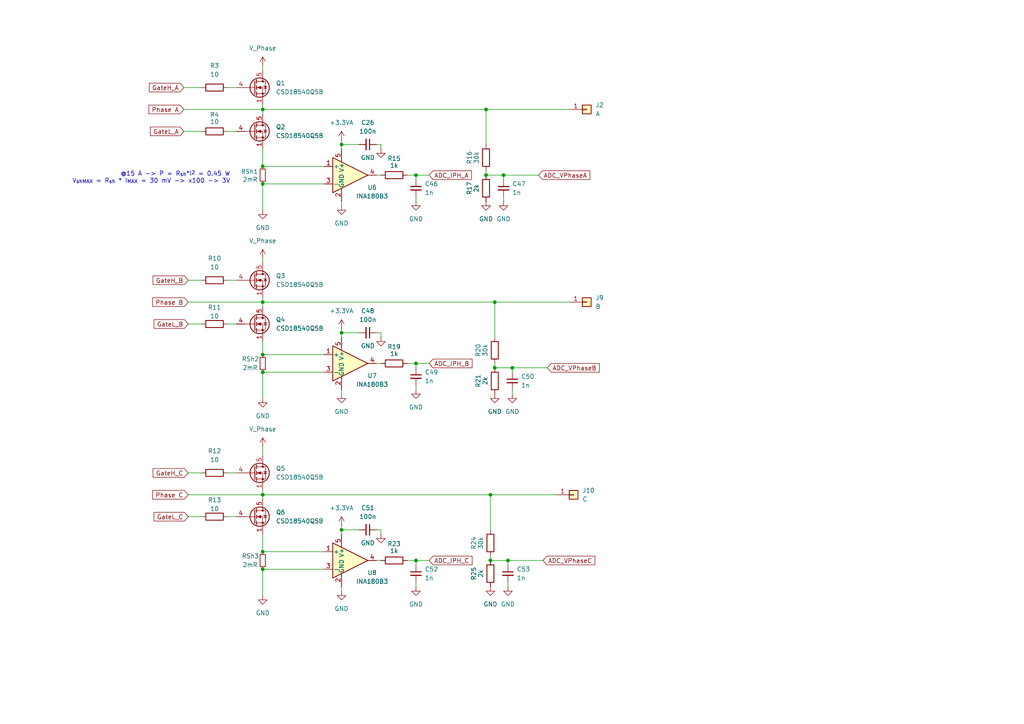
<source format=kicad_sch>
(kicad_sch (version 20231120) (generator "eeschema") (generator_version "8.0")
  (paper "A4")
  (lib_symbols
    (symbol "Amplifier_Current:INA180B3" (pin_names (offset 0.127))
      (property "Reference" "U" (at 3.81 3.81 0))
      (property "Value" "INA180B3" (at 3.81 -2.54 0))
      (symbol "INA180B3_0_1"
        (polyline (pts (xy 5.08 0) (xy -5.08 5.08) (xy -5.08 -5.08) (xy 5.08 0)) (stroke (width 0.254)) (fill (type background)))
      )
      (symbol "INA180B3_1_1"
        (pin input line (at -7.62 2.54 0) (length 2.54) (name "+") (number "1"))
        (pin power_in line (at -2.54 -7.62 90) (length 3.81) (name "GND") (number "2"))
        (pin input line (at -7.62 -2.54 0) (length 2.54) (name "-") (number "3"))
        (pin output line (at 7.62 0 180) (length 2.54) (name "~") (number "4"))
        (pin power_in line (at -2.54 7.62 270) (length 3.81) (name "V+") (number "5"))
      )
    )
    (symbol "Connector_Generic:Conn_01x01" (pin_names (offset 1.016) hide)
      (property "Reference" "J" (at 0 2.54 0))
      (property "Value" "Conn_01x01" (at 0 -2.54 0))
      (symbol "Conn_01x01_1_1"
        (rectangle (start -1.27 0.127) (end 0 -0.127) (stroke (width 0.1524)))
        (rectangle (start -1.27 1.27) (end 1.27 -1.27) (stroke (width 0.254)) (fill (type background)))
        (pin passive line (at -5.08 0 0) (length 3.81) (name "Pin_1") (number "1"))
      )
    )
    (symbol "Device:C_Small" (pin_numbers hide) (pin_names (offset 0.254) hide)
      (property "Reference" "C" (at 0.254 1.778 0))
      (property "Value" "C_Small" (at 0.254 -2.032 0))
      (symbol "C_Small_0_1"
        (polyline (pts (xy -1.524 -0.508) (xy 1.524 -0.508)) (stroke (width 0.3302)))
        (polyline (pts (xy -1.524 0.508) (xy 1.524 0.508)) (stroke (width 0.3048)))
      )
      (symbol "C_Small_1_1"
        (pin passive line (at 0 2.54 270) (length 2.032) (name "~") (number "1"))
        (pin passive line (at 0 -2.54 90) (length 2.032) (name "~") (number "2"))
      )
    )
    (symbol "Device:R" (pin_numbers hide) (pin_names (offset 0))
      (property "Reference" "R" (at 2.032 0 90))
      (property "Value" "R" (at 0 0 90))
      (symbol "R_0_1"
        (rectangle (start -1.016 -2.54) (end 1.016 2.54) (stroke (width 0.254)))
      )
      (symbol "R_1_1"
        (pin passive line (at 0 3.81 270) (length 1.27) (name "~") (number "1"))
        (pin passive line (at 0 -3.81 90) (length 1.27) (name "~") (number "2"))
      )
    )
    (symbol "Device:R_Small" (pin_numbers hide) (pin_names (offset 0.254) hide)
      (property "Reference" "R" (at 0.762 0.508 0))
      (property "Value" "R_Small" (at 0.762 -1.016 0))
      (symbol "R_Small_0_1"
        (rectangle (start -0.762 1.778) (end 0.762 -1.778) (stroke (width 0.2032)))
      )
      (symbol "R_Small_1_1"
        (pin passive line (at 0 2.54 270) (length 0.762) (name "~") (number "1"))
        (pin passive line (at 0 -2.54 90) (length 0.762) (name "~") (number "2"))
      )
    )
    (symbol "Transistor_FET:CSD18540Q5B" (pin_names hide)
      (property "Reference" "Q" (at 5.08 1.905 0))
      (property "Value" "CSD18540Q5B" (at 5.08 0 0))
      (symbol "CSD18540Q5B_0_1"
        (polyline (pts (xy 0.254 0) (xy -2.54 0)))
        (polyline (pts (xy 0.254 1.905) (xy 0.254 -1.905)) (stroke (width 0.254)))
        (polyline (pts (xy 0.762 -1.27) (xy 0.762 -2.286)) (stroke (width 0.254)))
        (polyline (pts (xy 0.762 0.508) (xy 0.762 -0.508)) (stroke (width 0.254)))
        (polyline (pts (xy 0.762 2.286) (xy 0.762 1.27)) (stroke (width 0.254)))
        (polyline (pts (xy 2.54 2.54) (xy 2.54 1.778)))
        (polyline (pts (xy 2.54 -2.54) (xy 2.54 0) (xy 0.762 0)))
        (polyline (pts (xy 0.762 -1.778) (xy 3.302 -1.778) (xy 3.302 1.778) (xy 0.762 1.778)))
        (polyline (pts (xy 1.016 0) (xy 2.032 0.381) (xy 2.032 -0.381) (xy 1.016 0)) (fill (type outline)))
        (polyline (pts (xy 2.794 0.508) (xy 2.921 0.381) (xy 3.683 0.381) (xy 3.81 0.254)))
        (polyline (pts (xy 3.302 0.381) (xy 2.921 -0.254) (xy 3.683 -0.254) (xy 3.302 0.381)))
        (circle (center 1.651 0) (radius 2.794) (stroke (width 0.254)))
        (circle (center 2.54 -1.778) (radius 0.254) (fill (type outline)))
        (circle (center 2.54 1.778) (radius 0.254) (fill (type outline)))
      )
      (symbol "CSD18540Q5B_1_1"
        (pin passive line (at 2.54 -5.08 90) (length 2.54) (name "S") (number "1"))
        (pin passive line (at 2.54 -5.08 90) (length 2.54) hide (name "S") (number "2"))
        (pin passive line (at 2.54 -5.08 90) (length 2.54) hide (name "S") (number "3"))
        (pin passive line (at -5.08 0 0) (length 2.54) (name "G") (number "4"))
        (pin passive line (at 2.54 5.08 270) (length 2.54) (name "D") (number "5"))
      )
    )
    (symbol "power:+3.3VA" (power) (pin_numbers hide) (pin_names (offset 0) hide)
      (property "Value" "+3.3VA" (at 0 3.556 0))
      (symbol "+3.3VA_0_1"
        (polyline (pts (xy -0.762 1.27) (xy 0 2.54)))
        (polyline (pts (xy 0 0) (xy 0 2.54)))
        (polyline (pts (xy 0 2.54) (xy 0.762 1.27)))
      )
      (symbol "+3.3VA_1_1"
        (pin power_in line (at 0 0 90) (length 0) (name "~") (number "1"))
      )
    )
    (symbol "power:GND" (power) (pin_numbers hide) (pin_names (offset 0) hide)
      (property "Value" "GND" (at 0 -3.81 0))
      (symbol "GND_0_1"
        (polyline (pts (xy 0 0) (xy 0 -1.27) (xy 1.27 -1.27) (xy 0 -2.54) (xy -1.27 -1.27) (xy 0 -1.27)))
      )
      (symbol "GND_1_1"
        (pin power_in line (at 0 0 270) (length 0) (name "~") (number "1"))
      )
    )
    (symbol "power:Vdrive" (power) (pin_numbers hide) (pin_names (offset 0) hide)
      (property "Value" "Vdrive" (at 0 3.556 0))
      (symbol "Vdrive_0_1"
        (polyline (pts (xy -0.762 1.27) (xy 0 2.54)))
        (polyline (pts (xy 0 0) (xy 0 2.54)))
        (polyline (pts (xy 0 2.54) (xy 0.762 1.27)))
      )
      (symbol "Vdrive_1_1"
        (pin power_in line (at 0 0 90) (length 0) (name "~") (number "1"))
      )
    )
  )
  (junction (at 140.97 50.8))
  (junction (at 142.24 162.56))
  (junction (at 120.65 105.41))
  (junction (at 76.2 48.26))
  (junction (at 147.32 162.56))
  (junction (at 76.2 165.1))
  (junction (at 143.51 106.68))
  (junction (at 120.65 50.8))
  (junction (at 76.2 53.34))
  (junction (at 99.06 96.52))
  (junction (at 76.2 160.02))
  (junction (at 76.2 107.95))
  (junction (at 76.2 87.63))
  (junction (at 76.2 102.87))
  (junction (at 120.65 162.56))
  (junction (at 76.2 31.75))
  (junction (at 99.06 153.67))
  (junction (at 99.06 41.91))
  (junction (at 146.05 50.8))
  (junction (at 142.24 143.51))
  (junction (at 143.51 87.63))
  (junction (at 148.59 106.68))
  (junction (at 140.97 31.75))
  (junction (at 76.2 143.51))
  (wire (pts (xy 99.06 152.4) (xy 99.06 153.67)))
  (wire (pts (xy 147.32 162.56) (xy 142.24 162.56)))
  (wire (pts (xy 109.22 153.67) (xy 110.49 153.67)))
  (wire (pts (xy 146.05 50.8) (xy 140.97 50.8)))
  (wire (pts (xy 110.49 97.79) (xy 110.49 96.52)))
  (wire (pts (xy 76.2 53.34) (xy 76.2 60.96)))
  (wire (pts (xy 76.2 107.95) (xy 76.2 115.57)))
  (wire (pts (xy 109.22 105.41) (xy 110.49 105.41)))
  (wire (pts (xy 76.2 99.06) (xy 76.2 102.87)))
  (wire (pts (xy 66.04 93.98) (xy 68.58 93.98)))
  (wire (pts (xy 76.2 143.51) (xy 142.24 143.51)))
  (wire (pts (xy 76.2 107.95) (xy 93.98 107.95)))
  (wire (pts (xy 99.06 41.91) (xy 104.14 41.91)))
  (wire (pts (xy 120.65 50.8) (xy 124.46 50.8)))
  (wire (pts (xy 99.06 95.25) (xy 99.06 96.52)))
  (wire (pts (xy 99.06 153.67) (xy 104.14 153.67)))
  (wire (pts (xy 148.59 106.68) (xy 148.59 107.95)))
  (wire (pts (xy 146.05 57.15) (xy 146.05 58.42)))
  (wire (pts (xy 76.2 53.34) (xy 93.98 53.34)))
  (wire (pts (xy 110.49 43.18) (xy 110.49 41.91)))
  (wire (pts (xy 99.06 58.42) (xy 99.06 59.69)))
  (wire (pts (xy 99.06 96.52) (xy 99.06 97.79)))
  (wire (pts (xy 109.22 50.8) (xy 110.49 50.8)))
  (wire (pts (xy 110.49 96.52) (xy 109.22 96.52)))
  (wire (pts (xy 140.97 49.53) (xy 140.97 50.8)))
  (wire (pts (xy 120.65 168.91) (xy 120.65 170.18)))
  (wire (pts (xy 66.04 137.16) (xy 68.58 137.16)))
  (wire (pts (xy 143.51 87.63) (xy 165.1 87.63)))
  (wire (pts (xy 148.59 106.68) (xy 158.75 106.68)))
  (wire (pts (xy 53.34 25.4) (xy 58.42 25.4)))
  (wire (pts (xy 76.2 48.26) (xy 93.98 48.26)))
  (wire (pts (xy 76.2 43.18) (xy 76.2 48.26)))
  (wire (pts (xy 109.22 162.56) (xy 110.49 162.56)))
  (wire (pts (xy 76.2 143.51) (xy 76.2 144.78)))
  (wire (pts (xy 148.59 113.03) (xy 148.59 114.3)))
  (wire (pts (xy 76.2 160.02) (xy 93.98 160.02)))
  (wire (pts (xy 76.2 165.1) (xy 93.98 165.1)))
  (wire (pts (xy 66.04 38.1) (xy 68.58 38.1)))
  (wire (pts (xy 143.51 87.63) (xy 143.51 97.79)))
  (wire (pts (xy 99.06 40.64) (xy 99.06 41.91)))
  (wire (pts (xy 76.2 31.75) (xy 140.97 31.75)))
  (wire (pts (xy 120.65 162.56) (xy 120.65 163.83)))
  (wire (pts (xy 54.61 93.98) (xy 58.42 93.98)))
  (wire (pts (xy 76.2 154.94) (xy 76.2 160.02)))
  (wire (pts (xy 120.65 105.41) (xy 124.46 105.41)))
  (wire (pts (xy 76.2 129.54) (xy 76.2 132.08)))
  (wire (pts (xy 76.2 86.36) (xy 76.2 87.63)))
  (wire (pts (xy 120.65 111.76) (xy 120.65 113.03)))
  (wire (pts (xy 120.65 162.56) (xy 124.46 162.56)))
  (wire (pts (xy 140.97 31.75) (xy 165.1 31.75)))
  (wire (pts (xy 146.05 50.8) (xy 146.05 52.07)))
  (wire (pts (xy 142.24 143.51) (xy 161.29 143.51)))
  (wire (pts (xy 76.2 74.93) (xy 76.2 76.2)))
  (wire (pts (xy 110.49 154.94) (xy 110.49 153.67)))
  (wire (pts (xy 66.04 25.4) (xy 68.58 25.4)))
  (wire (pts (xy 120.65 105.41) (xy 120.65 106.68)))
  (wire (pts (xy 143.51 106.68) (xy 148.59 106.68)))
  (wire (pts (xy 120.65 57.15) (xy 120.65 58.42)))
  (wire (pts (xy 54.61 137.16) (xy 58.42 137.16)))
  (wire (pts (xy 76.2 30.48) (xy 76.2 31.75)))
  (wire (pts (xy 54.61 87.63) (xy 76.2 87.63)))
  (wire (pts (xy 66.04 81.28) (xy 68.58 81.28)))
  (wire (pts (xy 143.51 105.41) (xy 143.51 106.68)))
  (wire (pts (xy 118.11 105.41) (xy 120.65 105.41)))
  (wire (pts (xy 99.06 41.91) (xy 99.06 43.18)))
  (wire (pts (xy 118.11 50.8) (xy 120.65 50.8)))
  (wire (pts (xy 76.2 87.63) (xy 76.2 88.9)))
  (wire (pts (xy 54.61 149.86) (xy 58.42 149.86)))
  (wire (pts (xy 147.32 168.91) (xy 147.32 170.18)))
  (wire (pts (xy 76.2 31.75) (xy 76.2 33.02)))
  (wire (pts (xy 99.06 96.52) (xy 104.14 96.52)))
  (wire (pts (xy 147.32 162.56) (xy 147.32 163.83)))
  (wire (pts (xy 76.2 19.05) (xy 76.2 20.32)))
  (wire (pts (xy 76.2 102.87) (xy 93.98 102.87)))
  (wire (pts (xy 120.65 50.8) (xy 120.65 52.07)))
  (wire (pts (xy 76.2 165.1) (xy 76.2 172.72)))
  (wire (pts (xy 99.06 153.67) (xy 99.06 154.94)))
  (wire (pts (xy 156.21 50.8) (xy 146.05 50.8)))
  (wire (pts (xy 110.49 41.91) (xy 109.22 41.91)))
  (wire (pts (xy 118.11 162.56) (xy 120.65 162.56)))
  (wire (pts (xy 53.34 38.1) (xy 58.42 38.1)))
  (wire (pts (xy 66.04 149.86) (xy 68.58 149.86)))
  (wire (pts (xy 157.48 162.56) (xy 147.32 162.56)))
  (wire (pts (xy 76.2 87.63) (xy 143.51 87.63)))
  (wire (pts (xy 99.06 113.03) (xy 99.06 114.3)))
  (wire (pts (xy 140.97 31.75) (xy 140.97 41.91)))
  (wire (pts (xy 53.34 31.75) (xy 76.2 31.75)))
  (wire (pts (xy 54.61 143.51) (xy 76.2 143.51)))
  (wire (pts (xy 142.24 143.51) (xy 142.24 153.67)))
  (wire (pts (xy 142.24 161.29) (xy 142.24 162.56)))
  (wire (pts (xy 76.2 142.24) (xy 76.2 143.51)))
  (wire (pts (xy 99.06 170.18) (xy 99.06 171.45)))
  (wire (pts (xy 54.61 81.28) (xy 58.42 81.28)))
  (text "@15 A -> P = R_{sh}*I^{2} = 0.45 W\nV_{sh_{MAX}} = R_{sh} * I_{MAX} = 30 mV -> x100 -> 3V\n" (at 66.802 51.562 0) (effects (font (size 1.27 1.27)) (justify right)))
  (global_label "ADC_IPH_C" (shape input) (at 124.46 162.56 0) (property "Intersheetrefs" "${INTERSHEET_REFS}" (effects (hide yes))))
  (global_label "ADC_VPhaseA" (shape input) (at 156.21 50.8 0) (property "Intersheetrefs" "${INTERSHEET_REFS}" (effects (hide yes))))
  (global_label "Phase C" (shape input) (at 54.61 143.51 180) (property "Intersheetrefs" "${INTERSHEET_REFS}" (effects (hide yes))))
  (global_label "GateH_C" (shape input) (at 54.61 137.16 180) (property "Intersheetrefs" "${INTERSHEET_REFS}" (effects (hide yes))))
  (global_label "ADC_VPhaseC" (shape input) (at 157.48 162.56 0) (property "Intersheetrefs" "${INTERSHEET_REFS}" (effects (hide yes))))
  (global_label "ADC_IPH_B" (shape input) (at 124.46 105.41 0) (property "Intersheetrefs" "${INTERSHEET_REFS}" (effects (hide yes))))
  (global_label "Phase B" (shape input) (at 54.61 87.63 180) (property "Intersheetrefs" "${INTERSHEET_REFS}" (effects (hide yes))))
  (global_label "GateL_A" (shape input) (at 53.34 38.1 180) (property "Intersheetrefs" "${INTERSHEET_REFS}" (effects (hide yes))))
  (global_label "GateL_B" (shape input) (at 54.61 93.98 180) (property "Intersheetrefs" "${INTERSHEET_REFS}" (effects (hide yes))))
  (global_label "GateH_B" (shape input) (at 54.61 81.28 180) (property "Intersheetrefs" "${INTERSHEET_REFS}" (effects (hide yes))))
  (global_label "Phase A" (shape input) (at 53.34 31.75 180) (property "Intersheetrefs" "${INTERSHEET_REFS}" (effects (hide yes))))
  (global_label "GateL_C" (shape input) (at 54.61 149.86 180) (property "Intersheetrefs" "${INTERSHEET_REFS}" (effects (hide yes))))
  (global_label "ADC_IPH_A" (shape input) (at 124.46 50.8 0) (property "Intersheetrefs" "${INTERSHEET_REFS}" (effects (hide yes))))
  (global_label "GateH_A" (shape input) (at 53.34 25.4 180) (property "Intersheetrefs" "${INTERSHEET_REFS}" (effects (hide yes))))
  (global_label "ADC_VPhaseB" (shape input) (at 158.75 106.68 0) (property "Intersheetrefs" "${INTERSHEET_REFS}" (effects (hide yes))))
  (symbol (lib_id "power:GND") (at 120.65 113.03 0) (unit 1)
    (property "Reference" "#PWR074" (effects (hide yes)))
    (property "Value" "GND" (at 120.65 118.11 0))
    (property "Description" "Power symbol creates a global label with name \"GND\" , ground" (effects (hide yes)))
  )
  (symbol (lib_id "Device:R") (at 140.97 54.61 180) (unit 1)
    (property "Reference" "R17" (at 136.144 54.61 90))
    (property "Value" "2k" (at 138.176 54.61 90))
    (property "Footprint" "Resistor_SMD:R_0402_1005Metric" (effects (hide yes)))
    (property "Description" "Resistor" (effects (hide yes)))
    (property "PartNum" "HP02WAJ0202TCE" (effects (hide yes)))
    (property "Supplier" "Mouser" (effects (hide yes)))
  )
  (symbol (lib_id "Transistor_FET:CSD18540Q5B") (at 73.66 93.98 0) (unit 1)
    (property "Reference" "Q4" (at 80.01 92.7099 0) (effects (justify left)))
    (property "Value" "CSD18540Q5B" (at 80.01 95.2499 0) (effects (justify left)))
    (property "Footprint" "Package_TO_SOT_SMD:TDSON-8-1" (effects (hide yes)))
    (property "Datasheet" "http://www.ti.com/lit/gpn/csd18540q5b" (effects (hide yes)))
    (property "Description" "100A Id, 60V Vds, NexFET N-Channel Power MOSFET, 2.2mOhm Ron, 41nC Qg(typ), SON8 5x6mm" (effects (hide yes)))
    (property "PartNum" "CSD18540Q5B" (effects (hide yes)))
    (property "Supplier" "Mouser" (effects (hide yes)))
  )
  (symbol (lib_id "Amplifier_Current:INA180B3") (at 101.6 50.8 0) (unit 1)
    (property "Reference" "U6" (at 107.95 54.356 0))
    (property "Value" "INA180B3" (at 107.95 56.896 0))
    (property "Footprint" "Package_TO_SOT_SMD:SOT-23-5" (effects (hide yes)))
    (property "Datasheet" "http://www.ti.com/lit/ds/symlink/ina180.pdf" (effects (hide yes)))
    (property "Description" "Current Sense Amplifier, 1 Circuit, Rail-to-Rail, 26V, Gain 100 V/V, SOT-23-5" (effects (hide yes)))
    (property "PartNum" "INA180B3QDBVRQ1" (effects (hide yes)))
    (property "Supplier" "Mouser" (effects (hide yes)))
  )
  (symbol (lib_id "Device:C_Small") (at 106.68 96.52 270) (unit 1)
    (property "Reference" "C48" (at 106.6736 90.17 90))
    (property "Value" "100n" (at 106.6736 92.71 90))
    (property "Footprint" "Capacitor_SMD:C_0402_1005Metric" (effects (hide yes)))
    (property "Description" "Unpolarized capacitor, small symbol" (effects (hide yes)))
    (property "PartNum" "C0402C104K4PAC" (effects (hide yes)))
    (property "Supplier" "Mouser" (effects (hide yes)))
  )
  (symbol (lib_id "Amplifier_Current:INA180B3") (at 101.6 162.56 0) (unit 1)
    (property "Reference" "U8" (at 107.95 166.116 0))
    (property "Value" "INA180B3" (at 107.95 168.656 0))
    (property "Footprint" "Package_TO_SOT_SMD:SOT-23-5" (effects (hide yes)))
    (property "Datasheet" "http://www.ti.com/lit/ds/symlink/ina180.pdf" (effects (hide yes)))
    (property "Description" "Current Sense Amplifier, 1 Circuit, Rail-to-Rail, 26V, Gain 100 V/V, SOT-23-5" (effects (hide yes)))
    (property "PartNum" "INA180B3QDBVRQ1" (effects (hide yes)))
    (property "Supplier" "Mouser" (effects (hide yes)))
  )
  (symbol (lib_id "power:GND") (at 99.06 114.3 0) (unit 1)
    (property "Reference" "#PWR072" (effects (hide yes)))
    (property "Value" "GND" (at 99.06 119.38 0))
    (property "Description" "Power symbol creates a global label with name \"GND\" , ground" (effects (hide yes)))
  )
  (symbol (lib_id "Transistor_FET:CSD18540Q5B") (at 73.66 25.4 0) (unit 1)
    (property "Reference" "Q1" (at 80.01 24.1299 0) (effects (justify left)))
    (property "Value" "CSD18540Q5B" (at 80.01 26.6699 0) (effects (justify left)))
    (property "Footprint" "Package_TO_SOT_SMD:TDSON-8-1" (effects (hide yes)))
    (property "Datasheet" "http://www.ti.com/lit/gpn/csd18540q5b" (effects (hide yes)))
    (property "Description" "100A Id, 60V Vds, NexFET N-Channel Power MOSFET, 2.2mOhm Ron, 41nC Qg(typ), SON8 5x6mm" (effects (hide yes)))
    (property "PartNum" "CSD18540Q5B" (effects (hide yes)))
    (property "Supplier" "Mouser" (effects (hide yes)))
  )
  (symbol (lib_id "power:GND") (at 76.2 60.96 0) (unit 1)
    (property "Reference" "#PWR027" (effects (hide yes)))
    (property "Value" "GND" (at 76.2 66.04 0))
    (property "Description" "Power symbol creates a global label with name \"GND\" , ground" (effects (hide yes)))
  )
  (symbol (lib_id "power:GND") (at 110.49 97.79 0) (unit 1)
    (property "Reference" "#PWR073" (effects (hide yes)))
    (property "Value" "GND" (at 106.68 100.33 0))
    (property "Description" "Power symbol creates a global label with name \"GND\" , ground" (effects (hide yes)))
  )
  (symbol (lib_id "Device:R") (at 62.23 81.28 90) (unit 1)
    (property "Reference" "R10" (at 62.23 74.93 90))
    (property "Value" "10" (at 62.23 77.47 90))
    (property "Footprint" "Resistor_SMD:R_0603_1608Metric" (effects (hide yes)))
    (property "Description" "Resistor" (effects (hide yes)))
    (property "PartNum" "PCAN0603E10R0BST3" (effects (hide yes)))
    (property "Supplier" "Mouser" (effects (hide yes)))
  )
  (symbol (lib_id "Device:R") (at 143.51 110.49 180) (unit 1)
    (property "Reference" "R21" (at 138.684 110.49 90))
    (property "Value" "2k" (at 140.716 110.49 90))
    (property "Footprint" "Resistor_SMD:R_0402_1005Metric" (effects (hide yes)))
    (property "Description" "Resistor" (effects (hide yes)))
    (property "PartNum" "HP02WAJ0202TCE" (effects (hide yes)))
    (property "Supplier" "Mouser" (effects (hide yes)))
  )
  (symbol (lib_id "power:+3.3VA") (at 99.06 152.4 0) (unit 1)
    (property "Reference" "#PWR031" (effects (hide yes)))
    (property "Value" "+3.3VA" (at 99.06 147.32 0))
    (property "Description" "Power symbol creates a global label with name \"+3.3VA\"" (effects (hide yes)))
  )
  (symbol (lib_id "Device:C_Small") (at 120.65 109.22 0) (unit 1)
    (property "Reference" "C49" (at 123.19 107.9562 0) (effects (justify left)))
    (property "Value" "1n" (at 123.19 110.4962 0) (effects (justify left)))
    (property "Footprint" "Capacitor_SMD:C_0402_1005Metric" (effects (hide yes)))
    (property "Description" "Unpolarized capacitor, small symbol" (effects (hide yes)))
    (property "PartNum" "885012005018" (effects (hide yes)))
    (property "Supplier" "Mouser" (effects (hide yes)))
  )
  (symbol (lib_id "Connector_Generic:Conn_01x01") (at 170.18 87.63 0) (unit 1)
    (property "Reference" "J9" (at 172.72 86.3599 0) (effects (justify left)))
    (property "Value" "B" (at 172.72 88.8999 0) (effects (justify left)))
    (property "Footprint" "Connector_Pin:Pin_D1.1mm_L8.5mm_W2.5mm_FlatFork" (effects (hide yes)))
    (property "Description" "Generic connector, single row, 01x01, script generated (kicad-library-utils/schlib/autogen/connector/)" (effects (hide yes)))
  )
  (symbol (lib_id "Device:C_Small") (at 106.68 153.67 270) (unit 1)
    (property "Reference" "C51" (at 106.6736 147.32 90))
    (property "Value" "100n" (at 106.6736 149.86 90))
    (property "Footprint" "Capacitor_SMD:C_0402_1005Metric" (effects (hide yes)))
    (property "Description" "Unpolarized capacitor, small symbol" (effects (hide yes)))
    (property "PartNum" "C0402C104K4PAC" (effects (hide yes)))
    (property "Supplier" "Mouser" (effects (hide yes)))
  )
  (symbol (lib_id "power:GND") (at 120.65 170.18 0) (unit 1)
    (property "Reference" "#PWR079" (effects (hide yes)))
    (property "Value" "GND" (at 120.65 175.26 0))
    (property "Description" "Power symbol creates a global label with name \"GND\" , ground" (effects (hide yes)))
  )
  (symbol (lib_id "Device:R") (at 140.97 45.72 180) (unit 1)
    (property "Reference" "R16" (at 136.144 45.72 90))
    (property "Value" "30k" (at 138.176 45.72 90))
    (property "Footprint" "Resistor_SMD:R_0402_1005Metric" (effects (hide yes)))
    (property "Description" "Resistor" (effects (hide yes)))
    (property "PartNum" "CQ02WGF1272TCE" (effects (hide yes)))
    (property "Supplier" "Mouser" (effects (hide yes)))
  )
  (symbol (lib_id "Transistor_FET:CSD18540Q5B") (at 73.66 137.16 0) (unit 1)
    (property "Reference" "Q5" (at 80.01 135.8899 0) (effects (justify left)))
    (property "Value" "CSD18540Q5B" (at 80.01 138.4299 0) (effects (justify left)))
    (property "Footprint" "Package_TO_SOT_SMD:TDSON-8-1" (effects (hide yes)))
    (property "Datasheet" "http://www.ti.com/lit/gpn/csd18540q5b" (effects (hide yes)))
    (property "Description" "100A Id, 60V Vds, NexFET N-Channel Power MOSFET, 2.2mOhm Ron, 41nC Qg(typ), SON8 5x6mm" (effects (hide yes)))
    (property "PartNum" "CSD18540Q5B" (effects (hide yes)))
    (property "Supplier" "Mouser" (effects (hide yes)))
  )
  (symbol (lib_id "Device:R_Small") (at 76.2 50.8 0) (mirror y) (unit 1)
    (property "Reference" "RSh1" (at 69.85 49.784 0) (effects (justify right)))
    (property "Value" "2mR" (at 70.358 52.07 0) (effects (justify right)))
    (property "Footprint" "Resistor_SMD:R_0805_2012Metric" (effects (hide yes)))
    (property "Description" "Resistor, small symbol" (effects (hide yes)))
    (property "PartNum" "L4CL2512LR002FYR" (effects (hide yes)))
    (property "Supplier" "Mouser" (effects (hide yes)))
  )
  (symbol (lib_id "power:Vdrive") (at 76.2 129.54 0) (unit 1)
    (property "Reference" "#PWR028" (effects (hide yes)))
    (property "Value" "V_Phase" (at 76.2 124.46 0))
    (property "Description" "Power symbol creates a global label with name \"Vdrive\"" (effects (hide yes)))
  )
  (symbol (lib_id "power:GND") (at 110.49 43.18 0) (unit 1)
    (property "Reference" "#PWR066" (effects (hide yes)))
    (property "Value" "GND" (at 106.68 45.72 0))
    (property "Description" "Power symbol creates a global label with name \"GND\" , ground" (effects (hide yes)))
  )
  (symbol (lib_id "Connector_Generic:Conn_01x01") (at 170.18 31.75 0) (unit 1)
    (property "Reference" "J2" (at 172.72 30.4799 0) (effects (justify left)))
    (property "Value" "A" (at 172.72 33.0199 0) (effects (justify left)))
    (property "Footprint" "Connector_Pin:Pin_D1.1mm_L8.5mm_W2.5mm_FlatFork" (effects (hide yes)))
    (property "Description" "Generic connector, single row, 01x01, script generated (kicad-library-utils/schlib/autogen/connector/)" (effects (hide yes)))
  )
  (symbol (lib_id "Device:R") (at 114.3 105.41 90) (unit 1)
    (property "Reference" "R19" (at 114.3 100.584 90))
    (property "Value" "1k" (at 114.3 102.616 90))
    (property "Footprint" "Capacitor_SMD:C_0402_1005Metric" (effects (hide yes)))
    (property "Description" "Resistor" (effects (hide yes)))
    (property "PartNum" "0402WGF1001TCE" (effects (hide yes)))
    (property "Supplier" "Mouser" (effects (hide yes)))
  )
  (symbol (lib_id "Device:C_Small") (at 146.05 54.61 0) (unit 1)
    (property "Reference" "C47" (at 148.59 53.3462 0) (effects (justify left)))
    (property "Value" "1n" (at 148.59 55.8862 0) (effects (justify left)))
    (property "Footprint" "Capacitor_SMD:C_0402_1005Metric" (effects (hide yes)))
    (property "Description" "Unpolarized capacitor, small symbol" (effects (hide yes)))
    (property "PartNum" "885012005018" (effects (hide yes)))
    (property "Supplier" "Mouser" (effects (hide yes)))
  )
  (symbol (lib_id "Transistor_FET:CSD18540Q5B") (at 73.66 81.28 0) (unit 1)
    (property "Reference" "Q3" (at 80.01 80.0099 0) (effects (justify left)))
    (property "Value" "CSD18540Q5B" (at 80.01 82.5499 0) (effects (justify left)))
    (property "Footprint" "Package_TO_SOT_SMD:TDSON-8-1" (effects (hide yes)))
    (property "Datasheet" "http://www.ti.com/lit/gpn/csd18540q5b" (effects (hide yes)))
    (property "Description" "100A Id, 60V Vds, NexFET N-Channel Power MOSFET, 2.2mOhm Ron, 41nC Qg(typ), SON8 5x6mm" (effects (hide yes)))
    (property "PartNum" "CSD18540Q5B" (effects (hide yes)))
    (property "Supplier" "Mouser" (effects (hide yes)))
  )
  (symbol (lib_id "Device:R_Small") (at 76.2 105.41 0) (mirror y) (unit 1)
    (property "Reference" "RSh2" (at 70.104 104.14 0) (effects (justify right)))
    (property "Value" "2mR" (at 70.358 106.68 0) (effects (justify right)))
    (property "Footprint" "Resistor_SMD:R_0805_2012Metric" (effects (hide yes)))
    (property "Description" "Resistor, small symbol" (effects (hide yes)))
    (property "PartNum" "L4CL2512LR002FYR" (effects (hide yes)))
    (property "Supplier" "Mouser" (effects (hide yes)))
  )
  (symbol (lib_id "Device:C_Small") (at 106.68 41.91 270) (unit 1)
    (property "Reference" "C26" (at 106.6736 35.56 90))
    (property "Value" "100n" (at 106.6736 38.1 90))
    (property "Footprint" "Capacitor_SMD:C_0402_1005Metric" (effects (hide yes)))
    (property "Description" "Unpolarized capacitor, small symbol" (effects (hide yes)))
    (property "PartNum" "C0402C104K4PAC" (effects (hide yes)))
    (property "Supplier" "Mouser" (effects (hide yes)))
  )
  (symbol (lib_id "power:GND") (at 143.51 114.3 0) (unit 1)
    (property "Reference" "#PWR075" (effects (hide yes)))
    (property "Value" "GND" (at 143.51 119.38 0))
    (property "Description" "Power symbol creates a global label with name \"GND\" , ground" (effects (hide yes)))
  )
  (symbol (lib_id "Device:R") (at 142.24 157.48 180) (unit 1)
    (property "Reference" "R24" (at 137.414 157.48 90))
    (property "Value" "30k" (at 139.446 157.48 90))
    (property "Footprint" "Resistor_SMD:R_0402_1005Metric" (effects (hide yes)))
    (property "Description" "Resistor" (effects (hide yes)))
    (property "PartNum" "CQ02WGF1272TCE" (effects (hide yes)))
    (property "Supplier" "Mouser" (effects (hide yes)))
  )
  (symbol (lib_id "Device:C_Small") (at 120.65 166.37 0) (unit 1)
    (property "Reference" "C52" (at 123.19 165.1062 0) (effects (justify left)))
    (property "Value" "1n" (at 123.19 167.6462 0) (effects (justify left)))
    (property "Footprint" "Capacitor_SMD:C_0402_1005Metric" (effects (hide yes)))
    (property "Description" "Unpolarized capacitor, small symbol" (effects (hide yes)))
    (property "PartNum" "885012005018" (effects (hide yes)))
    (property "Supplier" "Mouser" (effects (hide yes)))
  )
  (symbol (lib_id "Device:R_Small") (at 76.2 162.56 0) (mirror y) (unit 1)
    (property "Reference" "RSh3" (at 70.104 161.29 0) (effects (justify right)))
    (property "Value" "2mR" (at 70.358 163.83 0) (effects (justify right)))
    (property "Footprint" "Resistor_SMD:R_0805_2012Metric" (effects (hide yes)))
    (property "Description" "Resistor, small symbol" (effects (hide yes)))
    (property "PartNum" "L4CL2512LR002FYR" (effects (hide yes)))
    (property "Supplier" "Mouser" (effects (hide yes)))
  )
  (symbol (lib_id "Device:R") (at 142.24 166.37 180) (unit 1)
    (property "Reference" "R25" (at 137.414 166.37 90))
    (property "Value" "2k" (at 139.446 166.37 90))
    (property "Footprint" "Resistor_SMD:R_0402_1005Metric" (effects (hide yes)))
    (property "Description" "Resistor" (effects (hide yes)))
    (property "PartNum" "HP02WAJ0202TCE" (effects (hide yes)))
    (property "Supplier" "Mouser" (effects (hide yes)))
  )
  (symbol (lib_id "power:+3.3VA") (at 99.06 95.25 0) (unit 1)
    (property "Reference" "#PWR071" (effects (hide yes)))
    (property "Value" "+3.3VA" (at 99.06 90.17 0))
    (property "Description" "Power symbol creates a global label with name \"+3.3VA\"" (effects (hide yes)))
  )
  (symbol (lib_id "power:GND") (at 76.2 115.57 0) (unit 1)
    (property "Reference" "#PWR070" (effects (hide yes)))
    (property "Value" "GND" (at 76.2 120.65 0))
    (property "Description" "Power symbol creates a global label with name \"GND\" , ground" (effects (hide yes)))
  )
  (symbol (lib_id "power:GND") (at 148.59 114.3 0) (unit 1)
    (property "Reference" "#PWR076" (effects (hide yes)))
    (property "Value" "GND" (at 148.59 119.38 0))
    (property "Description" "Power symbol creates a global label with name \"GND\" , ground" (effects (hide yes)))
  )
  (symbol (lib_id "power:Vdrive") (at 76.2 19.05 0) (unit 1)
    (property "Reference" "#PWR033" (effects (hide yes)))
    (property "Value" "V_Phase" (at 76.2 13.97 0))
    (property "Description" "Power symbol creates a global label with name \"Vdrive\"" (effects (hide yes)))
  )
  (symbol (lib_id "Device:R") (at 143.51 101.6 180) (unit 1)
    (property "Reference" "R20" (at 138.684 101.6 90))
    (property "Value" "30k" (at 140.716 101.6 90))
    (property "Footprint" "Resistor_SMD:R_0402_1005Metric" (effects (hide yes)))
    (property "Description" "Resistor" (effects (hide yes)))
    (property "PartNum" "CQ02WGF1272TCE" (effects (hide yes)))
    (property "Supplier" "Mouser" (effects (hide yes)))
  )
  (symbol (lib_id "power:+3.3VA") (at 99.06 40.64 0) (unit 1)
    (property "Reference" "#PWR030" (effects (hide yes)))
    (property "Value" "+3.3VA" (at 99.06 35.56 0))
    (property "Description" "Power symbol creates a global label with name \"+3.3VA\"" (effects (hide yes)))
  )
  (symbol (lib_id "power:GND") (at 99.06 171.45 0) (unit 1)
    (property "Reference" "#PWR077" (effects (hide yes)))
    (property "Value" "GND" (at 99.06 176.53 0))
    (property "Description" "Power symbol creates a global label with name \"GND\" , ground" (effects (hide yes)))
  )
  (symbol (lib_id "power:GND") (at 110.49 154.94 0) (unit 1)
    (property "Reference" "#PWR078" (effects (hide yes)))
    (property "Value" "GND" (at 106.68 157.48 0))
    (property "Description" "Power symbol creates a global label with name \"GND\" , ground" (effects (hide yes)))
  )
  (symbol (lib_id "power:GND") (at 99.06 59.69 0) (unit 1)
    (property "Reference" "#PWR065" (effects (hide yes)))
    (property "Value" "GND" (at 99.06 64.77 0))
    (property "Description" "Power symbol creates a global label with name \"GND\" , ground" (effects (hide yes)))
  )
  (symbol (lib_id "Connector_Generic:Conn_01x01") (at 166.37 143.51 0) (unit 1)
    (property "Reference" "J10" (at 168.91 142.2399 0) (effects (justify left)))
    (property "Value" "C" (at 168.91 144.7799 0) (effects (justify left)))
    (property "Footprint" "Connector_Pin:Pin_D1.1mm_L8.5mm_W2.5mm_FlatFork" (effects (hide yes)))
    (property "Description" "Generic connector, single row, 01x01, script generated (kicad-library-utils/schlib/autogen/connector/)" (effects (hide yes)))
  )
  (symbol (lib_id "Device:R") (at 114.3 162.56 90) (unit 1)
    (property "Reference" "R23" (at 114.3 157.734 90))
    (property "Value" "1k" (at 114.3 159.766 90))
    (property "Footprint" "Capacitor_SMD:C_0402_1005Metric" (effects (hide yes)))
    (property "Description" "Resistor" (effects (hide yes)))
    (property "PartNum" "0402WGF1001TCE" (effects (hide yes)))
    (property "Supplier" "Mouser" (effects (hide yes)))
  )
  (symbol (lib_id "power:GND") (at 146.05 58.42 0) (unit 1)
    (property "Reference" "#PWR069" (effects (hide yes)))
    (property "Value" "GND" (at 146.05 63.5 0))
    (property "Description" "Power symbol creates a global label with name \"GND\" , ground" (effects (hide yes)))
  )
  (symbol (lib_id "Device:C_Small") (at 120.65 54.61 0) (unit 1)
    (property "Reference" "C46" (at 123.19 53.3462 0) (effects (justify left)))
    (property "Value" "1n" (at 123.19 55.8862 0) (effects (justify left)))
    (property "Footprint" "Capacitor_SMD:C_0402_1005Metric" (effects (hide yes)))
    (property "Description" "Unpolarized capacitor, small symbol" (effects (hide yes)))
    (property "PartNum" "885012005018" (effects (hide yes)))
    (property "Supplier" "Mouser" (effects (hide yes)))
  )
  (symbol (lib_id "Transistor_FET:CSD18540Q5B") (at 73.66 38.1 0) (unit 1)
    (property "Reference" "Q2" (at 80.01 36.8299 0) (effects (justify left)))
    (property "Value" "CSD18540Q5B" (at 80.01 39.3699 0) (effects (justify left)))
    (property "Footprint" "Package_TO_SOT_SMD:TDSON-8-1" (effects (hide yes)))
    (property "Datasheet" "http://www.ti.com/lit/gpn/csd18540q5b" (effects (hide yes)))
    (property "Description" "100A Id, 60V Vds, NexFET N-Channel Power MOSFET, 2.2mOhm Ron, 41nC Qg(typ), SON8 5x6mm" (effects (hide yes)))
    (property "PartNum" "CSD18540Q5B" (effects (hide yes)))
    (property "Supplier" "Mouser" (effects (hide yes)))
  )
  (symbol (lib_id "power:GND") (at 76.2 172.72 0) (unit 1)
    (property "Reference" "#PWR029" (effects (hide yes)))
    (property "Value" "GND" (at 76.2 177.8 0))
    (property "Description" "Power symbol creates a global label with name \"GND\" , ground" (effects (hide yes)))
  )
  (symbol (lib_id "power:GND") (at 142.24 170.18 0) (unit 1)
    (property "Reference" "#PWR080" (effects (hide yes)))
    (property "Value" "GND" (at 142.24 175.26 0))
    (property "Description" "Power symbol creates a global label with name \"GND\" , ground" (effects (hide yes)))
  )
  (symbol (lib_id "power:GND") (at 147.32 170.18 0) (unit 1)
    (property "Reference" "#PWR081" (effects (hide yes)))
    (property "Value" "GND" (at 147.32 175.26 0))
    (property "Description" "Power symbol creates a global label with name \"GND\" , ground" (effects (hide yes)))
  )
  (symbol (lib_id "power:GND") (at 140.97 58.42 0) (unit 1)
    (property "Reference" "#PWR068" (effects (hide yes)))
    (property "Value" "GND" (at 140.97 63.5 0))
    (property "Description" "Power symbol creates a global label with name \"GND\" , ground" (effects (hide yes)))
  )
  (symbol (lib_id "Device:C_Small") (at 148.59 110.49 0) (unit 1)
    (property "Reference" "C50" (at 151.13 109.2262 0) (effects (justify left)))
    (property "Value" "1n" (at 151.13 111.7662 0) (effects (justify left)))
    (property "Footprint" "Capacitor_SMD:C_0402_1005Metric" (effects (hide yes)))
    (property "Description" "Unpolarized capacitor, small symbol" (effects (hide yes)))
    (property "PartNum" "885012005018" (effects (hide yes)))
    (property "Supplier" "Mouser" (effects (hide yes)))
  )
  (symbol (lib_id "power:Vdrive") (at 76.2 74.93 0) (unit 1)
    (property "Reference" "#PWR064" (effects (hide yes)))
    (property "Value" "V_Phase" (at 76.2 69.85 0))
    (property "Description" "Power symbol creates a global label with name \"Vdrive\"" (effects (hide yes)))
  )
  (symbol (lib_id "Device:R") (at 62.23 25.4 90) (unit 1)
    (property "Reference" "R3" (at 62.23 19.05 90))
    (property "Value" "10" (at 62.23 21.59 90))
    (property "Footprint" "Resistor_SMD:R_0603_1608Metric" (effects (hide yes)))
    (property "Description" "Resistor" (effects (hide yes)))
    (property "PartNum" "PCAN0603E10R0BST3" (effects (hide yes)))
    (property "Supplier" "Mouser" (effects (hide yes)))
  )
  (symbol (lib_id "Device:R") (at 114.3 50.8 90) (unit 1)
    (property "Reference" "R15" (at 114.3 45.974 90))
    (property "Value" "1k" (at 114.3 48.006 90))
    (property "Footprint" "Capacitor_SMD:C_0402_1005Metric" (effects (hide yes)))
    (property "Description" "Resistor" (effects (hide yes)))
    (property "PartNum" "0402WGF1001TCE" (effects (hide yes)))
    (property "Supplier" "Mouser" (effects (hide yes)))
  )
  (symbol (lib_id "Device:C_Small") (at 147.32 166.37 0) (unit 1)
    (property "Reference" "C53" (at 149.86 165.1062 0) (effects (justify left)))
    (property "Value" "1n" (at 149.86 167.6462 0) (effects (justify left)))
    (property "Footprint" "Capacitor_SMD:C_0402_1005Metric" (effects (hide yes)))
    (property "Description" "Unpolarized capacitor, small symbol" (effects (hide yes)))
    (property "PartNum" "885012005018" (effects (hide yes)))
    (property "Supplier" "Mouser" (effects (hide yes)))
  )
  (symbol (lib_id "power:GND") (at 120.65 58.42 0) (unit 1)
    (property "Reference" "#PWR067" (effects (hide yes)))
    (property "Value" "GND" (at 120.65 63.5 0))
    (property "Description" "Power symbol creates a global label with name \"GND\" , ground" (effects (hide yes)))
  )
  (symbol (lib_id "Transistor_FET:CSD18540Q5B") (at 73.66 149.86 0) (unit 1)
    (property "Reference" "Q6" (at 80.01 148.5899 0) (effects (justify left)))
    (property "Value" "CSD18540Q5B" (at 80.01 151.1299 0) (effects (justify left)))
    (property "Footprint" "Package_TO_SOT_SMD:TDSON-8-1" (effects (hide yes)))
    (property "Datasheet" "http://www.ti.com/lit/gpn/csd18540q5b" (effects (hide yes)))
    (property "Description" "100A Id, 60V Vds, NexFET N-Channel Power MOSFET, 2.2mOhm Ron, 41nC Qg(typ), SON8 5x6mm" (effects (hide yes)))
    (property "PartNum" "CSD18540Q5B" (effects (hide yes)))
    (property "Supplier" "Mouser" (effects (hide yes)))
  )
  (symbol (lib_id "Device:R") (at 62.23 38.1 90) (unit 1)
    (property "Reference" "R4" (at 62.23 33.274 90))
    (property "Value" "10" (at 62.23 35.306 90))
    (property "Footprint" "Resistor_SMD:R_0603_1608Metric" (effects (hide yes)))
    (property "Description" "Resistor" (effects (hide yes)))
    (property "PartNum" "PCAN0603E10R0BST3" (effects (hide yes)))
    (property "Supplier" "Mouser" (effects (hide yes)))
  )
  (symbol (lib_id "Amplifier_Current:INA180B3") (at 101.6 105.41 0) (unit 1)
    (property "Reference" "U7" (at 107.95 108.966 0))
    (property "Value" "INA180B3" (at 107.95 111.506 0))
    (property "Footprint" "Package_TO_SOT_SMD:SOT-23-5" (effects (hide yes)))
    (property "Datasheet" "http://www.ti.com/lit/ds/symlink/ina180.pdf" (effects (hide yes)))
    (property "Description" "Current Sense Amplifier, 1 Circuit, Rail-to-Rail, 26V, Gain 100 V/V, SOT-23-5" (effects (hide yes)))
    (property "PartNum" "INA180B3QDBVRQ1" (effects (hide yes)))
    (property "Supplier" "Mouser" (effects (hide yes)))
  )
  (symbol (lib_id "Device:R") (at 62.23 137.16 90) (unit 1)
    (property "Reference" "R12" (at 62.23 130.81 90))
    (property "Value" "10" (at 62.23 133.35 90))
    (property "Footprint" "Resistor_SMD:R_0603_1608Metric" (effects (hide yes)))
    (property "Description" "Resistor" (effects (hide yes)))
    (property "PartNum" "PCAN0603E10R0BST3" (effects (hide yes)))
    (property "Supplier" "Mouser" (effects (hide yes)))
  )
  (symbol (lib_id "Device:R") (at 62.23 93.98 90) (unit 1)
    (property "Reference" "R11" (at 62.23 89.154 90))
    (property "Value" "10" (at 62.23 91.694 90))
    (property "Footprint" "Resistor_SMD:R_0603_1608Metric" (effects (hide yes)))
    (property "Description" "Resistor" (effects (hide yes)))
    (property "PartNum" "PCAN0603E10R0BST3" (effects (hide yes)))
    (property "Supplier" "Mouser" (effects (hide yes)))
  )
  (symbol (lib_id "Device:R") (at 62.23 149.86 90) (unit 1)
    (property "Reference" "R13" (at 62.23 145.034 90))
    (property "Value" "10" (at 62.23 147.574 90))
    (property "Footprint" "Resistor_SMD:R_0603_1608Metric" (effects (hide yes)))
    (property "Description" "Resistor" (effects (hide yes)))
    (property "PartNum" "PCAN0603E10R0BST3" (effects (hide yes)))
    (property "Supplier" "Mouser" (effects (hide yes)))
  )
)
</source>
